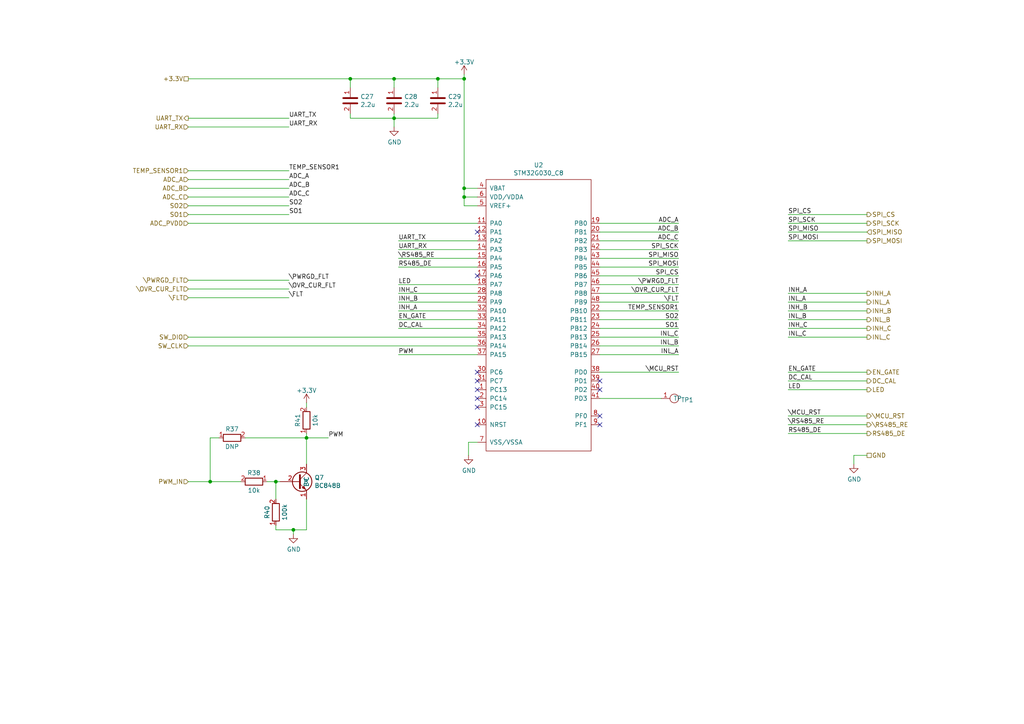
<source format=kicad_sch>
(kicad_sch (version 20211123) (generator eeschema)
  (paper "A4")
  (title_block (title "ESC Brushless - Microcontroller") (date "2021-02-09") (rev "1.0"))
  (lib_symbols
    (symbol "p_MCU:STM32G030_C8" (pin_names (offset 1.016))
      (property "Reference" "U" (at -13.97 40.64 0))
      (property "Value" "STM32G030_C8" (at 8.89 40.64 0))
      (symbol "STM32G030_C8_0_1"
        (rectangle (start -15.24 39.37) (end 15.24 -39.37))
      )
      (symbol "STM32G030_C8_1_1"
        (pin bidirectional line (at -17.78 -21.59 0) (length 2.54) (name "PC13") (number "1"))
        (pin bidirectional line (at -17.78 -31.75 0) (length 2.54) (name "NRST") (number "10"))
        (pin bidirectional line (at -17.78 26.67 0) (length 2.54) (name "PA0") (number "11"))
        (pin bidirectional line (at -17.78 24.13 0) (length 2.54) (name "PA1") (number "12"))
        (pin bidirectional line (at -17.78 21.59 0) (length 2.54) (name "PA2") (number "13"))
        (pin bidirectional line (at -17.78 19.05 0) (length 2.54) (name "PA3") (number "14"))
        (pin bidirectional line (at -17.78 16.51 0) (length 2.54) (name "PA4") (number "15"))
        (pin bidirectional line (at -17.78 13.97 0) (length 2.54) (name "PA5") (number "16"))
        (pin bidirectional line (at -17.78 11.43 0) (length 2.54) (name "PA6") (number "17"))
        (pin bidirectional line (at -17.78 8.89 0) (length 2.54) (name "PA7") (number "18"))
        (pin bidirectional line (at 17.78 26.67 180) (length 2.54) (name "PB0") (number "19"))
        (pin bidirectional line (at -17.78 -24.13 0) (length 2.54) (name "PC14") (number "2"))
        (pin bidirectional line (at 17.78 24.13 180) (length 2.54) (name "PB1") (number "20"))
        (pin bidirectional line (at 17.78 21.59 180) (length 2.54) (name "PB2") (number "21"))
        (pin bidirectional line (at 17.78 1.27 180) (length 2.54) (name "PB10") (number "22"))
        (pin bidirectional line (at 17.78 -1.27 180) (length 2.54) (name "PB11") (number "23"))
        (pin bidirectional line (at 17.78 -3.81 180) (length 2.54) (name "PB12") (number "24"))
        (pin bidirectional line (at 17.78 -6.35 180) (length 2.54) (name "PB13") (number "25"))
        (pin bidirectional line (at 17.78 -8.89 180) (length 2.54) (name "PB14") (number "26"))
        (pin bidirectional line (at 17.78 -11.43 180) (length 2.54) (name "PB15") (number "27"))
        (pin bidirectional line (at -17.78 6.35 0) (length 2.54) (name "PA8") (number "28"))
        (pin bidirectional line (at -17.78 3.81 0) (length 2.54) (name "PA9") (number "29"))
        (pin bidirectional line (at -17.78 -26.67 0) (length 2.54) (name "PC15") (number "3"))
        (pin bidirectional line (at -17.78 -16.51 0) (length 2.54) (name "PC6") (number "30"))
        (pin bidirectional line (at -17.78 -19.05 0) (length 2.54) (name "PC7") (number "31"))
        (pin bidirectional line (at -17.78 1.27 0) (length 2.54) (name "PA10") (number "32"))
        (pin bidirectional line (at -17.78 -1.27 0) (length 2.54) (name "PA11") (number "33"))
        (pin bidirectional line (at -17.78 -3.81 0) (length 2.54) (name "PA12") (number "34"))
        (pin bidirectional line (at -17.78 -6.35 0) (length 2.54) (name "PA13") (number "35"))
        (pin bidirectional line (at -17.78 -8.89 0) (length 2.54) (name "PA14") (number "36"))
        (pin bidirectional line (at -17.78 -11.43 0) (length 2.54) (name "PA15") (number "37"))
        (pin bidirectional line (at 17.78 -16.51 180) (length 2.54) (name "PD0") (number "38"))
        (pin bidirectional line (at 17.78 -19.05 180) (length 2.54) (name "PD1") (number "39"))
        (pin power_in line (at -17.78 36.83 0) (length 2.54) (name "VBAT") (number "4"))
        (pin bidirectional line (at 17.78 -21.59 180) (length 2.54) (name "PD2") (number "40"))
        (pin bidirectional line (at 17.78 -24.13 180) (length 2.54) (name "PD3") (number "41"))
        (pin bidirectional line (at 17.78 19.05 180) (length 2.54) (name "PB3") (number "42"))
        (pin bidirectional line (at 17.78 16.51 180) (length 2.54) (name "PB4") (number "43"))
        (pin bidirectional line (at 17.78 13.97 180) (length 2.54) (name "PB5") (number "44"))
        (pin bidirectional line (at 17.78 11.43 180) (length 2.54) (name "PB6") (number "45"))
        (pin bidirectional line (at 17.78 8.89 180) (length 2.54) (name "PB7") (number "46"))
        (pin bidirectional line (at 17.78 6.35 180) (length 2.54) (name "PB8") (number "47"))
        (pin bidirectional line (at 17.78 3.81 180) (length 2.54) (name "PB9") (number "48"))
        (pin power_in line (at -17.78 31.75 0) (length 2.54) (name "VREF+") (number "5"))
        (pin power_in line (at -17.78 34.29 0) (length 2.54) (name "VDD/VDDA") (number "6"))
        (pin passive line (at -17.78 -36.83 0) (length 2.54) (name "VSS/VSSA") (number "7"))
        (pin bidirectional line (at 17.78 -29.21 180) (length 2.54) (name "PF0") (number "8"))
        (pin bidirectional line (at 17.78 -31.75 180) (length 2.54) (name "PF1") (number "9"))
      )
    )
    (symbol "p_Misc:test_point_smd" (pin_names (offset 1.016))
      (property "Reference" "TP" (at -1.27 2.54 0))
      (property "Value" "test_point_smd" (at -1.27 -2.54 0))
      (symbol "test_point_smd_0_1"
        (circle (center -1.27 0) (radius 1.27))
      )
      (symbol "test_point_smd_1_1"
        (pin passive line (at 2.54 0 180) (length 2.54) (name "TP") (number "1"))
      )
    )
    (symbol "p_Passive:C_0603" (pin_names (offset 0) hide)
      (property "Reference" "C" (at 0 0 0))
      (property "Value" "C_0603" (at 0 0 0))
      (symbol "C_0603_1_1"
        (polyline (pts (xy -2.032 -0.762) (xy 2.032 -0.762)) (stroke (width 0.508)))
        (polyline (pts (xy -2.032 0.762) (xy 2.032 0.762)) (stroke (width 0.508)))
        (pin passive line (at 0 3.81 270) (length 2.794) (name "~") (number "1"))
        (pin passive line (at 0 -3.81 90) (length 2.794) (name "~") (number "2"))
      )
    )
    (symbol "p_Passive:R_0603" (pin_names (offset 0) hide)
      (property "Reference" "R" (at 0 0 0))
      (property "Value" "R_0603" (at 0 0 0))
      (symbol "R_0603_1_1"
        (rectangle (start -1.016 -2.54) (end 1.016 2.54) (stroke (width 0.254)))
        (pin passive line (at 0 3.81 270) (length 1.27) (name "~") (number "1"))
        (pin passive line (at 0 -3.81 90) (length 1.27) (name "~") (number "2"))
      )
    )
    (symbol "p_Transistor_bipolar:BC848B" (pin_names (offset 1.016))
      (property "Reference" "Q" (at 0 -7.62 0))
      (property "Value" "BC848B" (at -5.08 -6.35 0))
      (symbol "BC848B_1_1"
        (circle (center -1.27 0) (radius 2.8194) (stroke (width 0.254)))
        (polyline (pts (xy -1.905 0.635) (xy 0 2.54)))
        (polyline (pts (xy -1.905 -0.635) (xy 0 -2.54) (xy 0 -2.54)))
        (polyline (pts (xy -1.905 1.905) (xy -1.905 -1.905) (xy -1.905 -1.905)) (stroke (width 0.508)))
        (polyline (pts (xy -1.27 -1.778) (xy -0.762 -1.27) (xy -0.254 -2.286) (xy -1.27 -1.778) (xy -1.27 -1.778)) (fill (type outline)))
        (pin passive line (at 0 -5.08 90) (length 2.54) (name "E") (number "1"))
        (pin passive line (at -7.62 0 0) (length 5.715) (name "B") (number "2"))
        (pin passive line (at 0 5.08 270) (length 2.54) (name "C") (number "3"))
      )
    )
    (symbol "power:+3.3V" (power) (pin_names (offset 0))
      (property "Value" "+3.3V" (at 0 3.556 0))
      (symbol "+3.3V_0_1"
        (polyline (pts (xy -0.762 1.27) (xy 0 2.54)))
        (polyline (pts (xy 0 0) (xy 0 2.54)))
        (polyline (pts (xy 0 2.54) (xy 0.762 1.27)))
      )
      (symbol "+3.3V_1_1"
        (pin power_in line (at 0 0 90) (length 0) hide (name "+3.3V") (number "1"))
      )
    )
    (symbol "power:GND" (power) (pin_names (offset 0))
      (property "Value" "GND" (at 0 -3.81 0))
      (symbol "GND_0_1"
        (polyline (pts (xy 0 0) (xy 0 -1.27) (xy 1.27 -1.27) (xy 0 -2.54) (xy -1.27 -1.27) (xy 0 -1.27)))
      )
      (symbol "GND_1_1"
        (pin power_in line (at 0 0 270) (length 0) hide (name "GND") (number "1"))
      )
    )
  )
  (junction (at 101.6 22.86))
  (junction (at 80.01 139.7))
  (junction (at 88.9 127))
  (junction (at 127 22.86))
  (junction (at 114.3 22.86))
  (junction (at 134.62 22.86))
  (junction (at 134.62 57.15))
  (junction (at 85.09 153.67))
  (junction (at 60.96 139.7))
  (junction (at 134.62 54.61))
  (junction (at 114.3 34.29))
  (no_connect (at 138.43 118.11))
  (no_connect (at 138.43 113.03))
  (no_connect (at 173.99 113.03))
  (no_connect (at 138.43 123.19))
  (no_connect (at 138.43 110.49))
  (no_connect (at 138.43 80.01))
  (no_connect (at 138.43 115.57))
  (no_connect (at 173.99 110.49))
  (no_connect (at 138.43 107.95))
  (no_connect (at 173.99 120.65))
  (no_connect (at 173.99 123.19))
  (no_connect (at 138.43 67.31))
  (wire (pts (xy 173.99 69.85) (xy 196.85 69.85)))
  (wire (pts (xy 63.5 127) (xy 60.96 127)))
  (wire (pts (xy 54.61 49.53) (xy 83.82 49.53)))
  (wire (pts (xy 228.6 85.09) (xy 251.46 85.09)))
  (wire (pts (xy 54.61 86.36) (xy 83.82 86.36)))
  (wire (pts (xy 228.6 92.71) (xy 251.46 92.71)))
  (wire (pts (xy 115.57 74.93) (xy 138.43 74.93)))
  (wire (pts (xy 60.96 127) (xy 60.96 139.7)))
  (wire (pts (xy 228.6 107.95) (xy 251.46 107.95)))
  (wire (pts (xy 115.57 90.17) (xy 138.43 90.17)))
  (wire (pts (xy 173.99 67.31) (xy 196.85 67.31)))
  (wire (pts (xy 101.6 22.86) (xy 114.3 22.86)))
  (wire (pts (xy 88.9 144.78) (xy 88.9 153.67)))
  (wire (pts (xy 228.6 95.25) (xy 251.46 95.25)))
  (wire (pts (xy 127 22.86) (xy 114.3 22.86)))
  (wire (pts (xy 115.57 69.85) (xy 138.43 69.85)))
  (wire (pts (xy 196.85 90.17) (xy 173.99 90.17)))
  (wire (pts (xy 228.6 87.63) (xy 251.46 87.63)))
  (wire (pts (xy 115.57 102.87) (xy 138.43 102.87)))
  (wire (pts (xy 134.62 57.15) (xy 134.62 54.61)))
  (wire (pts (xy 134.62 54.61) (xy 134.62 22.86)))
  (wire (pts (xy 251.46 64.77) (xy 228.6 64.77)))
  (wire (pts (xy 251.46 120.65) (xy 228.6 120.65)))
  (wire (pts (xy 138.43 57.15) (xy 134.62 57.15)))
  (wire (pts (xy 173.99 107.95) (xy 196.85 107.95)))
  (wire (pts (xy 251.46 62.23) (xy 228.6 62.23)))
  (wire (pts (xy 173.99 95.25) (xy 196.85 95.25)))
  (wire (pts (xy 228.6 97.79) (xy 251.46 97.79)))
  (wire (pts (xy 196.85 64.77) (xy 173.99 64.77)))
  (wire (pts (xy 247.65 132.08) (xy 247.65 134.62)))
  (wire (pts (xy 54.61 83.82) (xy 83.82 83.82)))
  (wire (pts (xy 115.57 87.63) (xy 138.43 87.63)))
  (wire (pts (xy 127 22.86) (xy 134.62 22.86)))
  (wire (pts (xy 54.61 64.77) (xy 138.43 64.77)))
  (wire (pts (xy 54.61 62.23) (xy 83.82 62.23)))
  (wire (pts (xy 88.9 125.73) (xy 88.9 127)))
  (wire (pts (xy 115.57 95.25) (xy 138.43 95.25)))
  (wire (pts (xy 80.01 139.7) (xy 81.28 139.7)))
  (wire (pts (xy 114.3 34.29) (xy 114.3 33.02)))
  (wire (pts (xy 54.61 22.86) (xy 101.6 22.86)))
  (wire (pts (xy 114.3 36.83) (xy 114.3 34.29)))
  (wire (pts (xy 115.57 92.71) (xy 138.43 92.71)))
  (wire (pts (xy 115.57 85.09) (xy 138.43 85.09)))
  (wire (pts (xy 173.99 85.09) (xy 196.85 85.09)))
  (wire (pts (xy 228.6 90.17) (xy 251.46 90.17)))
  (wire (pts (xy 251.46 132.08) (xy 247.65 132.08)))
  (wire (pts (xy 54.61 57.15) (xy 83.82 57.15)))
  (wire (pts (xy 127 34.29) (xy 114.3 34.29)))
  (wire (pts (xy 196.85 92.71) (xy 173.99 92.71)))
  (wire (pts (xy 101.6 33.02) (xy 101.6 34.29)))
  (wire (pts (xy 115.57 72.39) (xy 138.43 72.39)))
  (wire (pts (xy 115.57 82.55) (xy 138.43 82.55)))
  (wire (pts (xy 228.6 110.49) (xy 251.46 110.49)))
  (wire (pts (xy 80.01 153.67) (xy 85.09 153.67)))
  (wire (pts (xy 88.9 127) (xy 95.25 127)))
  (wire (pts (xy 173.99 87.63) (xy 196.85 87.63)))
  (wire (pts (xy 173.99 102.87) (xy 196.85 102.87)))
  (wire (pts (xy 134.62 54.61) (xy 138.43 54.61)))
  (wire (pts (xy 60.96 139.7) (xy 69.85 139.7)))
  (wire (pts (xy 101.6 34.29) (xy 114.3 34.29)))
  (wire (pts (xy 173.99 77.47) (xy 196.85 77.47)))
  (wire (pts (xy 251.46 69.85) (xy 228.6 69.85)))
  (wire (pts (xy 173.99 115.57) (xy 191.77 115.57)))
  (wire (pts (xy 101.6 25.4) (xy 101.6 22.86)))
  (wire (pts (xy 54.61 34.29) (xy 83.82 34.29)))
  (wire (pts (xy 115.57 77.47) (xy 138.43 77.47)))
  (wire (pts (xy 54.61 36.83) (xy 83.82 36.83)))
  (wire (pts (xy 54.61 52.07) (xy 83.82 52.07)))
  (wire (pts (xy 138.43 59.69) (xy 134.62 59.69)))
  (wire (pts (xy 54.61 139.7) (xy 60.96 139.7)))
  (wire (pts (xy 173.99 72.39) (xy 196.85 72.39)))
  (wire (pts (xy 173.99 74.93) (xy 196.85 74.93)))
  (wire (pts (xy 80.01 139.7) (xy 80.01 144.78)))
  (wire (pts (xy 228.6 125.73) (xy 251.46 125.73)))
  (wire (pts (xy 134.62 21.59) (xy 134.62 22.86)))
  (wire (pts (xy 54.61 54.61) (xy 83.82 54.61)))
  (wire (pts (xy 228.6 123.19) (xy 251.46 123.19)))
  (wire (pts (xy 80.01 152.4) (xy 80.01 153.67)))
  (wire (pts (xy 88.9 127) (xy 88.9 134.62)))
  (wire (pts (xy 88.9 118.11) (xy 88.9 116.84)))
  (wire (pts (xy 127 33.02) (xy 127 34.29)))
  (wire (pts (xy 114.3 22.86) (xy 114.3 25.4)))
  (wire (pts (xy 173.99 97.79) (xy 196.85 97.79)))
  (wire (pts (xy 228.6 113.03) (xy 251.46 113.03)))
  (wire (pts (xy 173.99 80.01) (xy 196.85 80.01)))
  (wire (pts (xy 138.43 128.27) (xy 135.89 128.27)))
  (wire (pts (xy 251.46 67.31) (xy 228.6 67.31)))
  (wire (pts (xy 134.62 59.69) (xy 134.62 57.15)))
  (wire (pts (xy 83.82 59.69) (xy 54.61 59.69)))
  (wire (pts (xy 71.12 127) (xy 88.9 127)))
  (wire (pts (xy 85.09 154.94) (xy 85.09 153.67)))
  (wire (pts (xy 54.61 81.28) (xy 83.82 81.28)))
  (wire (pts (xy 127 25.4) (xy 127 22.86)))
  (wire (pts (xy 54.61 97.79) (xy 138.43 97.79)))
  (wire (pts (xy 77.47 139.7) (xy 80.01 139.7)))
  (wire (pts (xy 135.89 128.27) (xy 135.89 132.08)))
  (wire (pts (xy 54.61 100.33) (xy 138.43 100.33)))
  (wire (pts (xy 173.99 82.55) (xy 196.85 82.55)))
  (wire (pts (xy 85.09 153.67) (xy 88.9 153.67)))
  (wire (pts (xy 173.99 100.33) (xy 196.85 100.33)))
  (label "SPI_MISO" (at 228.6 67.31 0))
  (label "RS485_DE" (at 228.6 125.73 0))
  (label "DC_CAL" (at 115.57 95.25 0))
  (label "SO2" (at 196.85 92.71 180))
  (label "\\PWRGD_FLT" (at 196.85 82.55 180))
  (label "INH_B" (at 228.6 90.17 0))
  (label "INH_B" (at 115.57 87.63 0))
  (label "INL_C" (at 196.85 97.79 180))
  (label "INL_A" (at 228.6 87.63 0))
  (label "SO2" (at 83.82 59.69 0))
  (label "\\PWRGD_FLT" (at 83.82 81.28 0))
  (label "\\MCU_RST" (at 196.85 107.95 180))
  (label "SPI_CS" (at 196.85 80.01 180))
  (label "INL_C" (at 228.6 97.79 0))
  (label "\\FLT" (at 83.82 86.36 0))
  (label "INL_B" (at 228.6 92.71 0))
  (label "\\RS485_RE" (at 115.57 74.93 0))
  (label "SPI_CS" (at 228.6 62.23 0))
  (label "SPI_MOSI" (at 196.85 77.47 180))
  (label "UART_RX" (at 83.82 36.83 0))
  (label "INH_A" (at 228.6 85.09 0))
  (label "TEMP_SENSOR1" (at 83.82 49.53 0))
  (label "LED" (at 228.6 113.03 0))
  (label "UART_TX" (at 83.82 34.29 0))
  (label "PWM" (at 115.57 102.87 0))
  (label "EN_GATE" (at 228.6 107.95 0))
  (label "ADC_A" (at 196.85 64.77 180))
  (label "SPI_SCK" (at 228.6 64.77 0))
  (label "EN_GATE" (at 115.57 92.71 0))
  (label "\\FLT" (at 196.85 87.63 180))
  (label "UART_TX" (at 115.57 69.85 0))
  (label "INH_A" (at 115.57 90.17 0))
  (label "SPI_MISO" (at 196.85 74.93 180))
  (label "ADC_C" (at 196.85 69.85 180))
  (label "ADC_B" (at 83.82 54.61 0))
  (label "ADC_C" (at 83.82 57.15 0))
  (label "SPI_SCK" (at 196.85 72.39 180))
  (label "INL_B" (at 196.85 100.33 180))
  (label "RS485_DE" (at 115.57 77.47 0))
  (label "SO1" (at 83.82 62.23 0))
  (label "\\OVR_CUR_FLT" (at 196.85 85.09 180))
  (label "ADC_B" (at 196.85 67.31 180))
  (label "\\MCU_RST" (at 228.6 120.65 0))
  (label "\\RS485_RE" (at 228.6 123.19 0))
  (label "SPI_MOSI" (at 228.6 69.85 0))
  (label "INH_C" (at 115.57 85.09 0))
  (label "ADC_A" (at 83.82 52.07 0))
  (label "UART_RX" (at 115.57 72.39 0))
  (label "INH_C" (at 228.6 95.25 0))
  (label "PWM" (at 95.25 127 0))
  (label "TEMP_SENSOR1" (at 196.85 90.17 180))
  (label "INL_A" (at 196.85 102.87 180))
  (label "LED" (at 115.57 82.55 0))
  (label "SO1" (at 196.85 95.25 180))
  (label "\\OVR_CUR_FLT" (at 83.82 83.82 0))
  (label "DC_CAL" (at 228.6 110.49 0))
  (hierarchical_label "INL_A" (shape output) (at 251.46 87.63 0))
  (hierarchical_label "SW_DIO" (shape input) (at 54.61 97.79 180))
  (hierarchical_label "\\MCU_RST" (shape output) (at 251.46 120.65 0))
  (hierarchical_label "INH_C" (shape output) (at 251.46 95.25 0))
  (hierarchical_label "\\PWRGD_FLT" (shape input) (at 54.61 81.28 180))
  (hierarchical_label "TEMP_SENSOR1" (shape input) (at 54.61 49.53 180))
  (hierarchical_label "ADC_A" (shape input) (at 54.61 52.07 180))
  (hierarchical_label "SO2" (shape input) (at 54.61 59.69 180))
  (hierarchical_label "\\FLT" (shape input) (at 54.61 86.36 180))
  (hierarchical_label "SPI_SCK" (shape output) (at 251.46 64.77 0))
  (hierarchical_label "SW_CLK" (shape input) (at 54.61 100.33 180))
  (hierarchical_label "INH_B" (shape output) (at 251.46 90.17 0))
  (hierarchical_label "\\RS485_RE" (shape output) (at 251.46 123.19 0))
  (hierarchical_label "UART_RX" (shape input) (at 54.61 36.83 180))
  (hierarchical_label "PWM_IN" (shape input) (at 54.61 139.7 180))
  (hierarchical_label "SPI_MISO" (shape input) (at 251.46 67.31 0))
  (hierarchical_label "LED" (shape output) (at 251.46 113.03 0))
  (hierarchical_label "SPI_MOSI" (shape output) (at 251.46 69.85 0))
  (hierarchical_label "+3.3V" (shape passive) (at 54.61 22.86 180))
  (hierarchical_label "SO1" (shape input) (at 54.61 62.23 180))
  (hierarchical_label "UART_TX" (shape output) (at 54.61 34.29 180))
  (hierarchical_label "DC_CAL" (shape output) (at 251.46 110.49 0))
  (hierarchical_label "ADC_B" (shape input) (at 54.61 54.61 180))
  (hierarchical_label "INH_A" (shape output) (at 251.46 85.09 0))
  (hierarchical_label "ADC_C" (shape input) (at 54.61 57.15 180))
  (hierarchical_label "SPI_CS" (shape output) (at 251.46 62.23 0))
  (hierarchical_label "INL_C" (shape output) (at 251.46 97.79 0))
  (hierarchical_label "\\OVR_CUR_FLT" (shape input) (at 54.61 83.82 180))
  (hierarchical_label "GND" (shape passive) (at 251.46 132.08 0))
  (hierarchical_label "RS485_DE" (shape output) (at 251.46 125.73 0))
  (hierarchical_label "EN_GATE" (shape output) (at 251.46 107.95 0))
  (hierarchical_label "INL_B" (shape output) (at 251.46 92.71 0))
  (hierarchical_label "ADC_PVDD" (shape input) (at 54.61 64.77 180))
  (symbol (lib_id "p_MCU:STM32G030_C8") (at 156.21 91.44 0) (unit 1)
    (property "Reference" "U2" (at 156.21 47.879 0))
    (property "Value" "STM32G030_C8" (at 156.21 50.1904 0))
    (property "Footprint" "p_Package_QFP:LQFP-48_7x7mm_P0.5mm" (effects hide))
  )
  (symbol (lib_id "p_Passive:C_0603") (at 101.6 29.21 0) (unit 1)
    (property "Reference" "C27" (at 104.521 28.0416 0) (effects (justify left)))
    (property "Value" "2.2u" (at 104.521 30.353 0) (effects (justify left)))
    (property "Footprint" "p_Package_Capacitor_SMD:C_0603_1608Metric_Pad1.08x0.95mm_HandSolder" (effects hide))
  )
  (symbol (lib_id "p_Passive:C_0603") (at 114.3 29.21 0) (unit 1)
    (property "Reference" "C28" (at 117.221 28.0416 0) (effects (justify left)))
    (property "Value" "2.2u" (at 117.221 30.353 0) (effects (justify left)))
    (property "Footprint" "p_Package_Capacitor_SMD:C_0603_1608Metric_Pad1.08x0.95mm_HandSolder" (effects hide))
  )
  (symbol (lib_id "p_Passive:C_0603") (at 127 29.21 0) (unit 1)
    (property "Reference" "C29" (at 129.921 28.0416 0) (effects (justify left)))
    (property "Value" "2.2u" (at 129.921 30.353 0) (effects (justify left)))
    (property "Footprint" "p_Package_Capacitor_SMD:C_0603_1608Metric_Pad1.08x0.95mm_HandSolder" (effects hide))
  )
  (symbol (lib_id "power:GND") (at 114.3 36.83 0) (unit 1)
    (property "Reference" "#PWR044" (effects hide))
    (property "Value" "GND" (at 114.427 41.2242 0))
  )
  (symbol (lib_id "power:GND") (at 135.89 132.08 0) (unit 1)
    (property "Reference" "#PWR043" (effects hide))
    (property "Value" "GND" (at 136.017 136.4742 0))
  )
  (symbol (lib_id "p_Passive:R_0603") (at 67.31 127 90) (mirror x) (unit 1)
    (property "Reference" "R37" (at 67.31 124.46 90))
    (property "Value" "DNP" (at 67.31 129.54 90))
    (property "Footprint" "p_Package_Resistor_SMD:R_0603_1608Metric_Pad0.98x0.95mm_HandSolder" (effects hide))
  )
  (symbol (lib_id "power:GND") (at 247.65 134.62 0) (unit 1)
    (property "Reference" "#PWR045" (effects hide))
    (property "Value" "GND" (at 247.777 139.0142 0))
  )
  (symbol (lib_id "p_Transistor_bipolar:BC848B") (at 88.9 139.7 0) (unit 1)
    (property "Reference" "Q7" (at 91.2114 138.5316 0) (effects (justify left)))
    (property "Value" "BC848B" (at 91.2114 140.843 0) (effects (justify left)))
    (property "Footprint" "p_Package_SOT:SOT-23" (effects hide))
    (property "Datasheet" "${KI_PERSO_COMPLIB}/datasheets/p_Transistor_bipolar/BC848.pdf" (effects hide))
  )
  (symbol (lib_id "power:GND") (at 85.09 154.94 0) (unit 1)
    (property "Reference" "#PWR042" (effects hide))
    (property "Value" "GND" (at 85.217 159.3342 0))
  )
  (symbol (lib_id "p_Passive:R_0603") (at 73.66 139.7 270) (unit 1)
    (property "Reference" "R38" (at 73.66 137.16 90))
    (property "Value" "10k" (at 73.66 142.24 90))
    (property "Footprint" "p_Package_Resistor_SMD:R_0603_1608Metric_Pad0.98x0.95mm_HandSolder" (effects hide))
  )
  (symbol (lib_id "p_Passive:R_0603") (at 80.01 148.59 0) (mirror x) (unit 1)
    (property "Reference" "R40" (at 77.47 148.59 90))
    (property "Value" "100k" (at 82.55 148.59 90))
    (property "Footprint" "p_Package_Resistor_SMD:R_0603_1608Metric_Pad0.98x0.95mm_HandSolder" (effects hide))
  )
  (symbol (lib_id "p_Passive:R_0603") (at 88.9 121.92 0) (mirror x) (unit 1)
    (property "Reference" "R41" (at 86.36 121.92 90))
    (property "Value" "10k" (at 91.44 121.92 90))
    (property "Footprint" "p_Package_Resistor_SMD:R_0603_1608Metric_Pad0.98x0.95mm_HandSolder" (effects hide))
  )
  (symbol (lib_id "p_Misc:test_point_smd") (at 194.31 115.57 180) (unit 1)
    (property "Reference" "TP1" (at 197.485 116.0038 0) (effects (justify right)))
    (property "Value" "test_point_smd" (effects hide))
    (property "Footprint" "p_Package_Misc:TP_SMD_1.25mm" (effects hide))
  )
  (symbol (lib_id "power:+3.3V") (at 88.9 116.84 0) (unit 1)
    (property "Reference" "#PWR0118" (effects hide))
    (property "Value" "+3.3V" (at 88.9 113.2642 0))
  )
  (symbol (lib_id "power:+3.3V") (at 134.62 21.59 0) (unit 1)
    (property "Reference" "#PWR0119" (effects hide))
    (property "Value" "+3.3V" (at 134.62 18.0142 0))
  )
)
</source>
